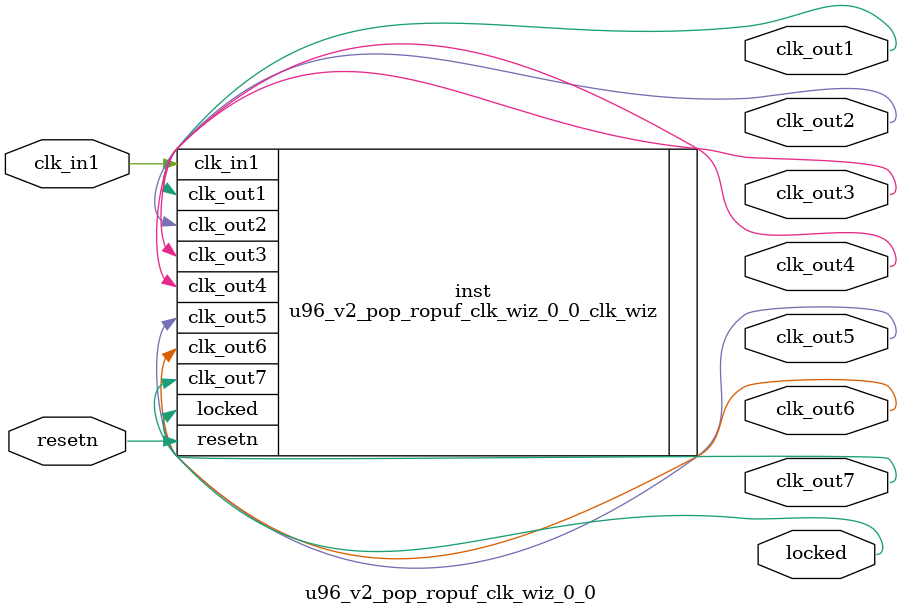
<source format=v>


`timescale 1ps/1ps

(* CORE_GENERATION_INFO = "u96_v2_pop_ropuf_clk_wiz_0_0,clk_wiz_v6_0_6_0_0,{component_name=u96_v2_pop_ropuf_clk_wiz_0_0,use_phase_alignment=false,use_min_o_jitter=false,use_max_i_jitter=false,use_dyn_phase_shift=false,use_inclk_switchover=false,use_dyn_reconfig=false,enable_axi=0,feedback_source=FDBK_AUTO,PRIMITIVE=MMCM,num_out_clk=7,clkin1_period=10.000,clkin2_period=10.000,use_power_down=false,use_reset=true,use_locked=true,use_inclk_stopped=false,feedback_type=SINGLE,CLOCK_MGR_TYPE=NA,manual_override=false}" *)

module u96_v2_pop_ropuf_clk_wiz_0_0 
 (
  // Clock out ports
  output        clk_out1,
  output        clk_out2,
  output        clk_out3,
  output        clk_out4,
  output        clk_out5,
  output        clk_out6,
  output        clk_out7,
  // Status and control signals
  input         resetn,
  output        locked,
 // Clock in ports
  input         clk_in1
 );

  u96_v2_pop_ropuf_clk_wiz_0_0_clk_wiz inst
  (
  // Clock out ports  
  .clk_out1(clk_out1),
  .clk_out2(clk_out2),
  .clk_out3(clk_out3),
  .clk_out4(clk_out4),
  .clk_out5(clk_out5),
  .clk_out6(clk_out6),
  .clk_out7(clk_out7),
  // Status and control signals               
  .resetn(resetn), 
  .locked(locked),
 // Clock in ports
  .clk_in1(clk_in1)
  );

endmodule

</source>
